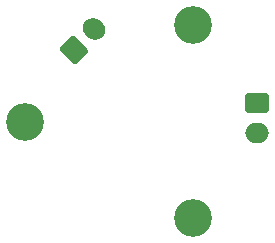
<source format=gbr>
%TF.GenerationSoftware,KiCad,Pcbnew,8.0.6*%
%TF.CreationDate,2024-11-27T15:34:58-05:00*%
%TF.ProjectId,lightboard,6c696768-7462-46f6-9172-642e6b696361,rev?*%
%TF.SameCoordinates,Original*%
%TF.FileFunction,Soldermask,Bot*%
%TF.FilePolarity,Negative*%
%FSLAX46Y46*%
G04 Gerber Fmt 4.6, Leading zero omitted, Abs format (unit mm)*
G04 Created by KiCad (PCBNEW 8.0.6) date 2024-11-27 15:34:58*
%MOMM*%
%LPD*%
G01*
G04 APERTURE LIST*
G04 Aperture macros list*
%AMRoundRect*
0 Rectangle with rounded corners*
0 $1 Rounding radius*
0 $2 $3 $4 $5 $6 $7 $8 $9 X,Y pos of 4 corners*
0 Add a 4 corners polygon primitive as box body*
4,1,4,$2,$3,$4,$5,$6,$7,$8,$9,$2,$3,0*
0 Add four circle primitives for the rounded corners*
1,1,$1+$1,$2,$3*
1,1,$1+$1,$4,$5*
1,1,$1+$1,$6,$7*
1,1,$1+$1,$8,$9*
0 Add four rect primitives between the rounded corners*
20,1,$1+$1,$2,$3,$4,$5,0*
20,1,$1+$1,$4,$5,$6,$7,0*
20,1,$1+$1,$6,$7,$8,$9,0*
20,1,$1+$1,$8,$9,$2,$3,0*%
%AMHorizOval*
0 Thick line with rounded ends*
0 $1 width*
0 $2 $3 position (X,Y) of the first rounded end (center of the circle)*
0 $4 $5 position (X,Y) of the second rounded end (center of the circle)*
0 Add line between two ends*
20,1,$1,$2,$3,$4,$5,0*
0 Add two circle primitives to create the rounded ends*
1,1,$1,$2,$3*
1,1,$1,$4,$5*%
G04 Aperture macros list end*
%ADD10RoundRect,0.250000X0.106066X-0.954594X0.954594X-0.106066X-0.106066X0.954594X-0.954594X0.106066X0*%
%ADD11HorizOval,1.700000X-0.106066X0.106066X0.106066X-0.106066X0*%
%ADD12C,3.200000*%
%ADD13RoundRect,0.250000X-0.750000X0.600000X-0.750000X-0.600000X0.750000X-0.600000X0.750000X0.600000X0*%
%ADD14O,2.000000X1.700000*%
G04 APERTURE END LIST*
D10*
%TO.C,J2*%
X181454594Y-85722361D03*
D11*
X183222361Y-83954594D03*
%TD*%
D12*
%TO.C,H3*%
X191590000Y-83610000D03*
%TD*%
%TO.C,H2*%
X177380000Y-91820000D03*
%TD*%
%TO.C,H1*%
X191570000Y-100010000D03*
%TD*%
D13*
%TO.C,J1*%
X196967500Y-90250000D03*
D14*
X196967500Y-92750000D03*
%TD*%
M02*

</source>
